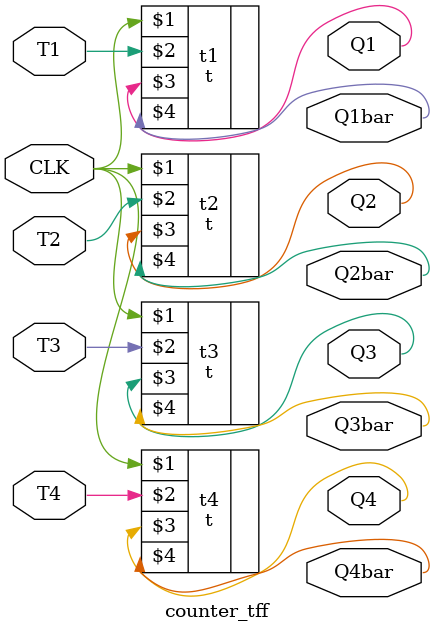
<source format=v>
module counter_tff(CLK,T1,T2,T3,T4,Q1,Q2,Q3,Q4,Q1bar,Q2bar,Q3bar,Q4bar);

input CLK,T1,T2,T3,T4;
output Q1,Q2,Q3,Q4,Q1bar,Q2bar,Q3bar,Q4bar;

t t1 (CLK,T1,Q1,Q1bar);
t t2 (CLK,T2,Q2,Q2bar);
t t3 (CLK,T3,Q3,Q3bar);
t t4 (CLK,T4,Q4,Q4bar);

endmodule


</source>
